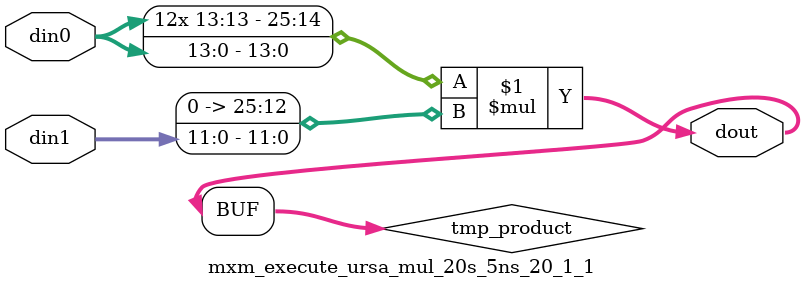
<source format=v>

`timescale 1 ns / 1 ps

  module mxm_execute_ursa_mul_20s_5ns_20_1_1(din0, din1, dout);
parameter ID = 1;
parameter NUM_STAGE = 0;
parameter din0_WIDTH = 14;
parameter din1_WIDTH = 12;
parameter dout_WIDTH = 26;

input [din0_WIDTH - 1 : 0] din0; 
input [din1_WIDTH - 1 : 0] din1; 
output [dout_WIDTH - 1 : 0] dout;

wire signed [dout_WIDTH - 1 : 0] tmp_product;












assign tmp_product = $signed(din0) * $signed({1'b0, din1});









assign dout = tmp_product;







endmodule

</source>
